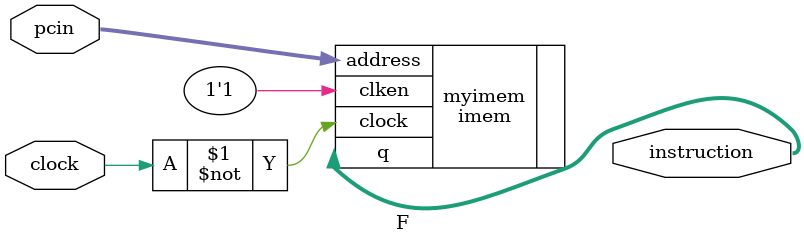
<source format=v>
module F (clock, pcin, instruction);
	// Modules Used: imem, pc
	input clock;
	input [11:0] pcin;
	output [31:0] instruction;
	
	// Use IMEM to gather the instructions
	imem myimem(.address(pcin),.clken(1'b1),.clock(~clock),.q(instruction));
	
endmodule
</source>
